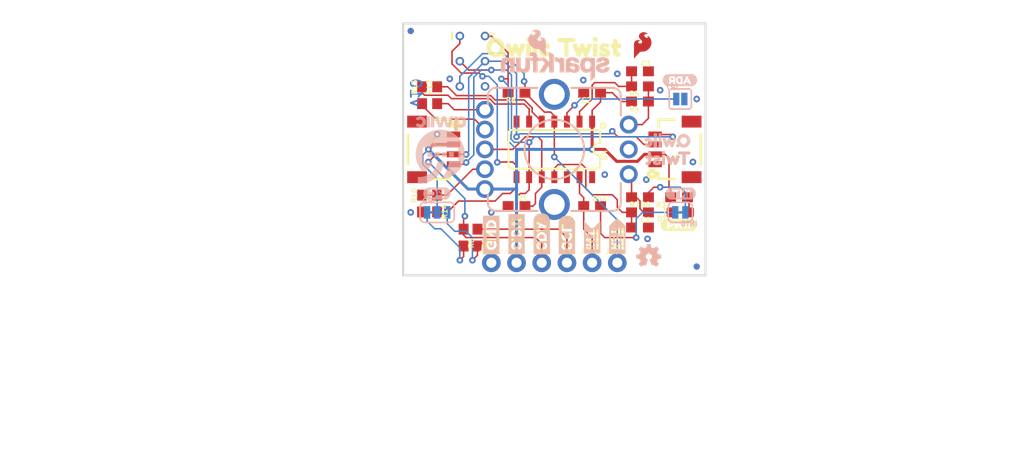
<source format=kicad_pcb>
(kicad_pcb (version 20211014) (generator pcbnew)
  (layers (0 "F.Cu" signal) (31 "B.Cu" signal) (34 "B.Paste" user) (35 "F.Paste" user) (36 "B.SilkS" user "B.Silkscreen") (37 "F.SilkS" user "F.Silkscreen") (38 "B.Mask" user) (39 "F.Mask" user) (44 "Edge.Cuts" user))
  (net 0 "")
  (net 1 "3.3V")
  (net 2 "GND")
  (net 3 "SCL")
  (net 4 "SDA")
  (net 5 "~{INT}")
  (net 6 "SCL_PU1")
  (net 7 "SDA_PU1")
  (net 8 "ADR")
  (net 9 "~{RST}")
  (net 10 "ENCODER_A")
  (net 11 "ENCODER_B")
  (net 12 "RED")
  (net 13 "GREEN")
  (net 14 "SWITCH")
  (net 15 "BLUE")
  (net 16 "N$3")
  (net 17 "A")
  (net 18 "B")
  (net 19 "INT_R")
  (net 20 "RED_RAW")
  (net 21 "GREEN_RAW")
  (net 22 "BLUE_RAW")
  (footprint "boardEagle:QWIIC_TWIST1" (layer "F.Cu") (at 139.9921 94.7166)
    (fp_text reference "U$14" hide)
    (fp_text value "" hide)
  )
  (footprint "boardEagle:SDA8" (layer "F.Cu") (at 147.2311 116.0526 90)
    (fp_text reference "U$27" hide)
    (fp_text value "" hide)
  )
  (footprint "boardEagle:SFE_LOGO_FLAME_COPPER_EXPOSED_.1" (layer "F.Cu") (at 157.3911 94.4626)
    (fp_text reference "LOGO3" hide)
    (fp_text value "SFE_LOGO_FLAME.1EXP" hide)
    (fp_poly (pts (xy 0.269844 -1.255175) (xy 0.417112 -1.181541) (xy 0.462026 -1.147855) (xy 0.538982 -1.0709) (xy 0.428006 -1.0709) (xy 0.408005 -1.0809) (xy 0.361689 -1.0809) (xy 0.325361 -1.071818) (xy 0.279477 -1.062641) (xy 0.24711 -1.046458) (xy 0.215081 -1.022435) (xy 0.200019 -0.999843) (xy 0.192288 -0.984381) (xy 0.1851 -0.962817) (xy 0.1851 -0.913689) (xy 0.192361 -0.884643) (xy 0.226607 -0.833275) (xy 0.282028 -0.777854) (xy 0.319016 -0.750113) (xy 0.346157 -0.732019) (xy 0.380301 -0.714947) (xy 0.451689 -0.6971) (xy 0.470817 -0.6971) (xy 0.486419 -0.702301) (xy 0.505687 -0.721569) (xy 0.511712 -0.733619) (xy 0.5189 -0.755183) (xy 0.5189 -0.907742) (xy 0.661838 -0.818406) (xy 0.747505 -0.722031) (xy 0.821662 -0.605498) (xy 0.873968 -0.448579) (xy 0.905309 -0.281428) (xy 0.894811 -0.102974) (xy 0.842628 0.095322) (xy 0.738878 0.282072) (xy 0.665618 0.376263) (xy 0.583044 0.458838) (xy 0.499524 0.531917) (xy 0.393984 0.595241) (xy 0.289127 0.637184) (xy 0.175165 0.668265) (xy 0.050153 0.6891) (xy -0.139844 0.6891) (xy -0.189603 0.697393) (xy -0.279373 0.751255) (xy -0.375026 0.846908) (xy -0.495025 0.986906) (xy -0.614841 1.106723) (xy -0.664837 1.166719) (xy -0.712745 1.214627) (xy -0.742743 1.264624) (xy -0.8611 1.382982) (xy -0.8611 -0.081372) (xy -0.850441 -0.166641) (xy -0.828254 -0.244296) (xy -0.762148 -0.354474) (xy -0.706336 -0.399123) (xy -0.661829 -0.432503) (xy -0.603902 -0.455674) (xy -0.54987 -0.466481) (xy -0.486153 -0.4771) (xy -0.354006 -0.4771) (xy -0.258681 -0.429438) (xy -0.310431 -0.377687) (xy -0.358383 -0.353711) (xy -0.382419 -0.345699) (xy -0.4297 -0.298418) (xy -0.4349 -0.282817) (xy -0.4349 -0.255183) (xy -0.428468 -0.235888) (xy -0.413393 -0.213275) (xy -0.361588 -0.16147) (xy -0.322097 -0.145674) (xy -0.279228 -0.1371) (xy -0.207689 -0.1371) (xy -0.138643 -0.154361) (xy -0.089056 -0.18742) (xy -0.056996 -0.227495) (xy -0.0411 -0.275183) (xy -0.0411 -0.332091) (xy -0.065776 -0.397894) (xy -0.130732 -0.462851) (xy -0.211575 -0.553799) (xy -0.284339 -0.636958) (xy -0.338992 -0.735334) (xy -0.3611 -0.834818) (xy -0.3611 -0.925183) (xy -0.327711 -1.025349) (xy -0.271726 -1.114925) (xy -0.173954 -1.19097) (xy -0.055855 -1.255387) (xy 0.063565 -1.2771) (xy 0.171182 -1.2771)) (layer "F.Cu") (width 0) (fill solid))
  )
  (footprint "boardEagle:1X01_NO_SILK" (layer "F.Cu") (at 152.3111 116.4336)
    (fp_text reference "J5" (at -1.27 -1.143) (layer "F.SilkS") (effects (font (size 0.512064 0.512064) (thickness 0.097536)) (justify left)))
    (fp_text value "")
    (pad "1" thru_hole circle (at 0 0 90) (size 1.8796 1.8796) (drill 1.016) (layers *.Cu *.Mask) (net 5 "~{INT}"))
  )
  (footprint "boardEagle:1X04_1MM_RA" (layer "F.Cu") (at 158.6611 105.0036 90)
    (fp_text reference "J4" (at -1.397 2.159 90) (layer "F.SilkS") (effects (font (size 0.512064 0.512064) (thickness 0.097536)) (justify left)))
    (fp_text value "")
    (pad "1" smd rect (at -1.5 0 90) (size 0.6 1.35) (layers "F.Cu" "F.Paste" "F.Mask") (net 2 "GND"))
    (pad "2" smd rect (at -0.5 0 90) (size 0.6 1.35) (layers "F.Cu" "F.Paste" "F.Mask") (net 1 "3.3V"))
    (pad "3" smd rect (at 0.5 0 90) (size 0.6 1.35) (layers "F.Cu" "F.Paste" "F.Mask") (net 4 "SDA"))
    (pad "4" smd rect (at 1.5 0 90) (size 0.6 1.35) (layers "F.Cu" "F.Paste" "F.Mask") (net 3 "SCL"))
    (pad "NC1" smd rect (at 2.8 3.675 90) (size 1.2 2) (layers "F.Cu" "F.Paste" "F.Mask"))
    (pad "NC2" smd rect (at -2.8 3.675 90) (size 1.2 2) (layers "F.Cu" "F.Paste" "F.Mask"))
  )
  (footprint "boardEagle:0603" (layer "F.Cu") (at 144.6911 99.2886 180)
    (fp_text reference "R8" (at 0 -0.762) (layer "F.SilkS") (effects (font (size 0.512064 0.512064) (thickness 0.097536)) (justify right)))
    (fp_text value "10k")
    (pad "1" smd rect (at -0.85 0 180) (size 1.1 1) (layers "F.Cu" "F.Paste" "F.Mask") (net 9 "~{RST}"))
    (pad "2" smd rect (at 0.85 0 180) (size 1.1 1) (layers "F.Cu" "F.Paste" "F.Mask") (net 1 "3.3V"))
  )
  (footprint "boardEagle:0603" (layer "F.Cu") (at 157.1371 111.3536)
    (fp_text reference "R9" (at 0 -0.762) (layer "F.SilkS") (effects (font (size 0.512064 0.512064) (thickness 0.097536)) (justify left)))
    (fp_text value "10k")
    (pad "1" smd rect (at -0.85 0) (size 1.1 1) (layers "F.Cu" "F.Paste" "F.Mask") (net 11 "ENCODER_B"))
    (pad "2" smd rect (at 0.85 0) (size 1.1 1) (layers "F.Cu" "F.Paste" "F.Mask") (net 18 "B"))
  )
  (footprint "boardEagle:0603" (layer "F.Cu") (at 139.3571 113.8936 -90)
    (fp_text reference "R6" (at 0 -0.762 90) (layer "F.SilkS") (effects (font (size 0.512064 0.512064) (thickness 0.097536)) (justify right)))
    (fp_text value "2.2k")
    (pad "1" smd rect (at -0.85 0 270) (size 1.1 1) (layers "F.Cu" "F.Paste" "F.Mask") (net 4 "SDA"))
    (pad "2" smd rect (at 0.85 0 270) (size 1.1 1) (layers "F.Cu" "F.Paste" "F.Mask") (net 7 "SDA_PU1"))
  )
  (footprint "boardEagle:1X01_NO_SILK" (layer "F.Cu") (at 154.8511 116.4336)
    (fp_text reference "J10" (at -1.27 -1.143) (layer "F.SilkS") (effects (font (size 0.512064 0.512064) (thickness 0.097536)) (justify left)))
    (fp_text value "")
    (pad "1" thru_hole circle (at 0 0 90) (size 1.8796 1.8796) (drill 1.016) (layers *.Cu *.Mask) (net 9 "~{RST}"))
  )
  (footprint "boardEagle:0603" (layer "F.Cu") (at 144.6911 110.7186)
    (fp_text reference "R1" (at 0 -0.762) (layer "F.SilkS") (effects (font (size 0.512064 0.512064) (thickness 0.097536)) (justify left)))
    (fp_text value "10k")
    (pad "1" smd rect (at -0.85 0) (size 1.1 1) (layers "F.Cu" "F.Paste" "F.Mask") (net 2 "GND"))
    (pad "2" smd rect (at 0.85 0) (size 1.1 1) (layers "F.Cu" "F.Paste" "F.Mask") (net 14 "SWITCH"))
  )
  (footprint "boardEagle:GND1" (layer "F.Cu") (at 142.1511 116.0526 90)
    (fp_text reference "U$22" hide)
    (fp_text value "" hide)
  )
  (footprint "boardEagle:3#3V2" (layer "F.Cu") (at 144.6911 116.0526 90)
    (fp_text reference "U$21" hide)
    (fp_text value "" hide)
  )
  (footprint "boardEagle:0603" (layer "F.Cu") (at 161.0741 109.8296 180)
    (fp_text reference "R3" (at 1.27 -0.762) (layer "F.SilkS") (effects (font (size 0.512064 0.512064) (thickness 0.097536)) (justify right)))
    (fp_text value "1k")
    (pad "1" smd rect (at -0.85 0 180) (size 1.1 1) (layers "F.Cu" "F.Paste" "F.Mask") (net 16 "N$3"))
    (pad "2" smd rect (at 0.85 0 180) (size 1.1 1) (layers "F.Cu" "F.Paste" "F.Mask") (net 1 "3.3V"))
  )
  (footprint "boardEagle:2X3_TEST_POINTS" (layer "F.Cu") (at 140.2461 96.1136 -90)
    (fp_text reference "J7" (at -3.048 -2.032 90) (layer "F.SilkS") (effects (font (size 0.512064 0.512064) (thickness 0.097536)) (justify right)))
    (fp_text value "ISP")
    (pad "1" thru_hole circle (at -2.54 1.27 270) (size 0.8636 0.8636) (drill 0.508) (layers *.Cu) (net 15 "BLUE"))
    (pad "2" thru_hole circle (at -2.54 -1.27 270) (size 0.8636 0.8636) (drill 0.508) (layers *.Cu) (net 1 "3.3V"))
    (pad "3" thru_hole circle (at 0 1.27 270) (size 0.8636 0.8636) (drill 0.508) (layers *.Cu) (net 3 "SCL"))
    (pad "4" thru_hole circle (at 0 -1.27 270) (size 0.8636 0.8636) (drill 0.508) (layers *.Cu) (net 4 "SDA"))
    (pad "5" thru_hole circle (at 2.54 1.27 270) (size 0.8636 0.8636) (drill 0.508) (layers *.Cu) (net 9 "~{RST}"))
    (pad "6" thru_hole circle (at 2.54 -1.27 270) (size 0.8636 0.8636) (drill 0.508) (layers *.Cu) (net 2 "GND"))
  )
  (footprint "boardEagle:RST#-[_" (layer "F.Cu") (at 154.8511 116.1796 90)
    (fp_text reference "U$7" hide)
    (fp_text value "" hide)
  )
  (footprint "boardEagle:SCL9" (layer "F.Cu") (at 149.7711 116.0526 90)
    (fp_text reference "U$26" hide)
    (fp_text value "" hide)
  )
  (footprint "boardEagle:LED-0603" (layer "F.Cu") (at 161.2011 111.3536 180)
    (fp_text reference "D1" (at 1.27 -0.635) (layer "F.SilkS") (effects (font (size 0.512064 0.512064) (thickness 0.097536)) (justify right)))
    (fp_text value "RED")
    (pad "A" smd roundrect (at -0.877 0 90) (size 1 1) (layers "F.Cu" "F.Paste" "F.Mask") (roundrect_rratio 0.15) (net 16 "N$3"))
    (pad "C" smd roundrect (at 0.877 0 90) (size 1 1) (layers "F.Cu" "F.Paste" "F.Mask") (roundrect_rratio 0.15) (net 2 "GND"))
  )
  (footprint "boardEagle:PWR-()-03" (layer "F.Cu") (at 159.1691 112.6236)
    (fp_text reference "U$17" hide)
    (fp_text value "" hide)
  )
  (footprint "boardEagle:0603" (layer "F.Cu") (at 152.3111 99.2886 180)
    (fp_text reference "C2" (at 0 -0.762) (layer "F.SilkS") (effects (font (size 0.512064 0.512064) (thickness 0.097536)) (justify right)))
    (fp_text value "0.1uF")
    (pad "1" smd rect (at -0.85 0 180) (size 1.1 1) (layers "F.Cu" "F.Paste" "F.Mask") (net 1 "3.3V"))
    (pad "2" smd rect (at 0.85 0 180) (size 1.1 1) (layers "F.Cu" "F.Paste" "F.Mask") (net 2 "GND"))
  )
  (footprint "boardEagle:MICRO-FIDUCIAL" (layer "F.Cu") (at 162.8521 116.8146)
    (fp_text reference "JP2" hide)
    (fp_text value "FIDUCIALUFIDUCIAL" hide)
    (pad "1" smd roundrect (at 0 0) (size 0.635 0.635) (layers "F.Cu" "F.Mask") (roundrect_rratio 0.5))
  )
  (footprint "boardEagle:0603" (layer "F.Cu") (at 152.3111 110.7186)
    (fp_text reference "R11" (at 0 -0.762) (layer "F.SilkS") (effects (font (size 0.512064 0.512064) (thickness 0.097536)) (justify left)))
    (fp_text value "10k")
    (pad "1" smd rect (at -0.85 0) (size 1.1 1) (layers "F.Cu" "F.Paste" "F.Mask") (net 5 "~{INT}"))
    (pad "2" smd rect (at 0.85 0) (size 1.1 1) (layers "F.Cu" "F.Paste" "F.Mask") (net 19 "INT_R"))
  )
  (footprint "boardEagle:1X04_1MM_RA" (layer "F.Cu") (at 138.3411 105.0036 -90)
    (fp_text reference "J2" (at -1.397 2.159 90) (layer "F.SilkS") (effects (font (size 0.512064 0.512064) (thickness 0.097536)) (justify right)))
    (fp_text value "")
    (pad "1" smd rect (at -1.5 0 270) (size 0.6 1.35) (layers "F.Cu" "F.Paste" "F.Mask") (net 2 "GND"))
    (pad "2" smd rect (at -0.5 0 270) (size 0.6 1.35) (layers "F.Cu" "F.Paste" "F.Mask") (net 1 "3.3V"))
    (pad "3" smd rect (at 0.5 0 270) (size 0.6 1.35) (layers "F.Cu" "F.Paste" "F.Mask") (net 4 "SDA"))
    (pad "4" smd rect (at 1.5 0 270) (size 0.6 1.35) (layers "F.Cu" "F.Paste" "F.Mask") (net 3 "SCL"))
    (pad "NC1" smd rect (at 2.8 3.675 270) (size 1.2 2) (layers "F.Cu" "F.Paste" "F.Mask"))
    (pad "NC2" smd rect (at -2.8 3.675 270) (size 1.2 2) (layers "F.Cu" "F.Paste" "F.Mask"))
  )
  (footprint "boardEagle:0603" (layer "F.Cu") (at 157.1371 97.1296)
    (fp_text reference "C3" (at 0 -0.762) (layer "F.SilkS") (effects (font (size 0.512064 0.512064) (thickness 0.097536)) (justify left)))
    (fp_text value "10nF")
    (pad "1" smd rect (at -0.85 0) (size 1.1 1) (layers "F.Cu" "F.Paste" "F.Mask") (net 10 "ENCODER_A"))
    (pad "2" smd rect (at 0.85 0) (size 1.1 1) (layers "F.Cu" "F.Paste" "F.Mask") (net 2 "GND"))
  )
  (footprint "boardEagle:0603" (layer "F.Cu") (at 157.1371 112.8776)
    (fp_text reference "C1" (at 0 -0.762) (layer "F.SilkS") (effects (font (size 0.512064 0.512064) (thickness 0.097536)) (justify left)))
    (fp_text value "10nF")
    (pad "1" smd rect (at -0.85 0) (size 1.1 1) (layers "F.Cu" "F.Paste" "F.Mask") (net 11 "ENCODER_B"))
    (pad "2" smd rect (at 0.85 0) (size 1.1 1) (layers "F.Cu" "F.Paste" "F.Mask") (net 2 "GND"))
  )
  (footprint "boardEagle:0603" (layer "F.Cu") (at 157.1371 109.8296 180)
    (fp_text reference "R7" (at 0 -0.762) (layer "F.SilkS") (effects (font (size 0.512064 0.512064) (thickness 0.097536)) (justify right)))
    (fp_text value "10k")
    (pad "1" smd rect (at -0.85 0 180) (size 1.1 1) (layers "F.Cu" "F.Paste" "F.Mask") (net 1 "3.3V"))
    (pad "2" smd rect (at 0.85 0 180) (size 1.1 1) (layers "F.Cu" "F.Paste" "F.Mask") (net 18 "B"))
  )
  (footprint "boardEagle:STAND-OFF" (layer "F.Cu") (at 135.8011 94.8436)
    (fp_text reference "JP3" hide)
    (fp_text value "STAND-OFF" hide)
    (pad "" np_thru_hole circle (at 0 0) (size 3.302 3.302) (drill 3.302) (layers *.Cu *.Mask))
  )
  (footprint "boardEagle:0603" (layer "F.Cu") (at 140.7541 113.8936 -90)
    (fp_text reference "R2" (at 0 -0.762 90) (layer "F.SilkS") (effects (font (size 0.512064 0.512064) (thickness 0.097536)) (justify right)))
    (fp_text value "2.2k")
    (pad "1" smd rect (at -0.85 0 270) (size 1.1 1) (layers "F.Cu" "F.Paste" "F.Mask") (net 3 "SCL"))
    (pad "2" smd rect (at 0.85 0 270) (size 1.1 1) (layers "F.Cu" "F.Paste" "F.Mask") (net 6 "SCL_PU1"))
  )
  (footprint "boardEagle:STAND-OFF" (layer "F.Cu") (at 161.2011 94.8436)
    (fp_text reference "JP4" hide)
    (fp_text value "STAND-OFF" hide)
    (pad "" np_thru_hole circle (at 0 0) (size 3.302 3.302) (drill 3.302) (layers *.Cu *.Mask))
  )
  (footprint "boardEagle:INT#-[_" (layer "F.Cu") (at 152.3111 116.1796 90)
    (fp_text reference "U$9" hide)
    (fp_text value "" hide)
  )
  (footprint "boardEagle:0603" (layer "F.Cu") (at 136.6901 110.4646 -90)
    (fp_text reference "R14" (at 0 -0.762 90) (layer "F.SilkS") (effects (font (size 0.512064 0.512064) (thickness 0.097536)) (justify right)))
    (fp_text value "10")
    (pad "1" smd rect (at -0.85 0 270) (size 1.1 1) (layers "F.Cu" "F.Paste" "F.Mask") (net 22 "BLUE_RAW"))
    (pad "2" smd rect (at 0.85 0 270) (size 1.1 1) (layers "F.Cu" "F.Paste" "F.Mask") (net 15 "BLUE"))
  )
  (footprint "boardEagle:SO14" (layer "F.Cu") (at 149.1361 105.0036 180)
    (fp_text reference "U4" (at -4.445 0 90) (layer "F.SilkS") (effects (font (size 0.512064 0.512064) (thickness 0.097536)) (justify right)))
    (fp_text value "ATTINY84-ARDUINO")
    (pad "1" smd rect (at -3.175 2.8 180) (size 0.6 1.2) (layers "F.Cu" "F.Paste" "F.Mask") (net 1 "3.3V"))
    (pad "2" smd rect (at -1.905 2.8 180) (size 0.6 1.2) (layers "F.Cu" "F.Paste" "F.Mask") (net 10 "ENCODER_A"))
    (pad "3" smd rect (at -0.635 2.8 180) (size 0.6 1.2) (layers "F.Cu" "F.Paste" "F.Mask") (net 8 "ADR"))
    (pad "4" smd rect (at 0.635 2.8 180) (size 0.6 1.2) (layers "F.Cu" "F.Paste" "F.Mask") (net 9 "~{RST}"))
    (pad "5" smd rect (at 1.905 2.8 180) (size 0.6 1.2) (layers "F.Cu" "F.Paste" "F.Mask") (net 12 "RED"))
    (pad "6" smd rect (at 3.175 2.8 180) (size 0.6 1.2) (layers "F.Cu" "F.Paste" "F.Mask") (net 13 "GREEN"))
    (pad "7" smd rect (at 4.445 2.8 180) (size 0.6 1.2) (layers "F.Cu" "F.Paste" "F.Mask") (net 4 "SDA"))
    (pad "8" smd rect (at 4.445 -2.8 180) (size 0.6 1.2) (layers "F.Cu" "F.Paste" "F.Mask") (net 15 "BLUE"))
    (pad "9" smd rect (at 3.175 -2.8 180) (size 0.6 1.2) (layers "F.Cu" "F.Paste" "F.Mask") (net 3 "SCL"))
    (pad "10" smd rect (at 1.905 -2.8 180) (size 0.6 1.2) (layers "F.Cu" "F.Paste" "F.Mask") (net 14 "SWITCH"))
    (pad "11" smd rect (at 0.635 -2.8 180) (size 0.6 1.2) (layers "F.Cu" "F.Paste" "F.Mask") (net 11 "ENCODER_B"))
    (pad "12" smd rect (at -0.635 -2.8 180) (size 0.6 1.2) (layers "F.Cu" "F.Paste" "F.Mask"))
    (pad "13" smd rect (at -1.905 -2.8 180) (size 0.6 1.2) (layers "F.Cu" "F.Paste" "F.Mask") (net 5 "~{INT}"))
    (pad "14" smd rect (at -3.175 -2.8 180) (size 0.6 1.2) (layers "F.Cu" "F.Paste" "F.Mask") (net 2 "GND"))
  )
  (footprint "boardEagle:STAND-OFF" (layer "F.Cu") (at 161.2011 115.1636)
    (fp_text reference "JP13" hide)
    (fp_text value "STAND-OFF" hide)
    (pad "" np_thru_hole circle (at 0 0) (size 3.302 3.302) (drill 3.302) (layers *.Cu *.Mask))
  )
  (footprint "boardEagle:CREATIVE_COMMONS" (layer "F.Cu") (at 112.9411 135.4836)
    (fp_text reference "FRAME1" hide)
    (fp_text value "FRAME-LETTER" hide)
  )
  (footprint "boardEagle:1X04_NO_SILK" (layer "F.Cu") (at 142.1511 116.4336)
    (fp_text reference "J3" (at -1.27 -1.397) (layer "F.SilkS") (effects (font (size 0.512064 0.512064) (thickness 0.097536)) (justify left)))
    (fp_text value "PTH")
    (pad "1" thru_hole circle (at 0 0 90) (size 1.8796 1.8796) (drill 1.016) (layers *.Cu *.Mask) (net 2 "GND"))
    (pad "2" thru_hole circle (at 2.54 0 90) (size 1.8796 1.8796) (drill 1.016) (layers *.Cu *.Mask) (net 1 "3.3V"))
    (pad "3" thru_hole circle (at 5.08 0 90) (size 1.8796 1.8796) (drill 1.016) (layers *.Cu *.Mask) (net 4 "SDA"))
    (pad "4" thru_hole circle (at 7.62 0 90) (size 1.8796 1.8796) (drill 1.016) (layers *.Cu *.Mask) (net 3 "SCL"))
  )
  (footprint "boardEagle:0603" (layer "F.Cu") (at 136.6901 99.5426 90)
    (fp_text reference "R12" (at 0 -0.762 90) (layer "F.SilkS") (effects (font (size 0.512064 0.512064) (thickness 0.097536)) (justify left)))
    (fp_text value "10")
    (pad "1" smd rect (at -0.85 0 90) (size 1.1 1) (layers "F.Cu" "F.Paste" "F.Mask") (net 20 "RED_RAW"))
    (pad "2" smd rect (at 0.85 0 90) (size 1.1 1) (layers "F.Cu" "F.Paste" "F.Mask") (net 12 "RED"))
  )
  (footprint "boardEagle:0603" (layer "F.Cu") (at 135.1661 99.5426 90)
    (fp_text reference "R13" (at 0 -0.762 90) (layer "F.SilkS") (effects (font (size 0.512064 0.512064) (thickness 0.097536)) (justify left)))
    (fp_text value "10")
    (pad "1" smd rect (at -0.85 0 90) (size 1.1 1) (layers "F.Cu" "F.Paste" "F.Mask") (net 21 "GREEN_RAW"))
    (pad "2" smd rect (at 0.85 0 90) (size 1.1 1) (layers "F.Cu" "F.Paste" "F.Mask") (net 13 "GREEN"))
  )
  (footprint "boardEagle:MICRO-FIDUCIAL" (layer "F.Cu") (at 134.0231 93.0656)
    (fp_text reference "JP6" hide)
    (fp_text value "FIDUCIALUFIDUCIAL" hide)
    (pad "1" smd roundrect (at 0 0) (size 0.635 0.635) (layers "F.Cu" "F.Mask") (roundrect_rratio 0.5))
  )
  (footprint "boardEagle:0603" (layer "F.Cu") (at 135.1661 110.4646 90)
    (fp_text reference "R10" (at 0 -0.762 90) (layer "F.SilkS") (effects (font (size 0.512064 0.512064) (thickness 0.097536)) (justify left)))
    (fp_text value "DNP")
    (pad "1" smd rect (at -0.85 0 90) (size 1.1 1) (layers "F.Cu" "F.Paste" "F.Mask") (net 2 "GND"))
    (pad "2" smd rect (at 0.85 0 90) (size 1.1 1) (layers "F.Cu" "F.Paste" "F.Mask") (net 22 "BLUE_RAW"))
  )
  (footprint "boardEagle:STAND-OFF" (layer "F.Cu") (at 135.8011 115.1636)
    (fp_text reference "JP11" hide)
    (fp_text value "STAND-OFF" hide)
    (pad "" np_thru_hole circle (at 0 0) (size 3.302 3.302) (drill 3.302) (layers *.Cu *.Mask))
  )
  (footprint "boardEagle:0603" (layer "F.Cu") (at 157.1371 100.1776 180)
    (fp_text reference "R4" (at 0 -0.762) (layer "F.SilkS") (effects (font (size 0.512064 0.512064) (thickness 0.097536)) (justify right)))
    (fp_text value "10k")
    (pad "1" smd rect (at -0.85 0 180) (size 1.1 1) (layers "F.Cu" "F.Paste" "F.Mask") (net 17 "A"))
    (pad "2" smd rect (at 0.85 0 180) (size 1.1 1) (layers "F.Cu" "F.Paste" "F.Mask") (net 1 "3.3V"))
  )
  (footprint "boardEagle:0603" (layer "F.Cu") (at 157.1371 98.6536 180)
    (fp_text reference "R5" (at 0 -0.762) (layer "F.SilkS") (effects (font (size 0.512064 0.512064) (thickness 0.097536)) (justify right)))
    (fp_text value "10k")
    (pad "1" smd rect (at -0.85 0 180) (size 1.1 1) (layers "F.Cu" "F.Paste" "F.Mask") (net 17 "A"))
    (pad "2" smd rect (at 0.85 0 180) (size 1.1 1) (layers "F.Cu" "F.Paste" "F.Mask") (net 10 "ENCODER_A"))
  )
  (footprint "boardEagle:GND1" (layer "B.Cu") (at 142.1511 116.0526 90)
    (fp_text reference "U$3" hide)
    (fp_text value "" hide)
  )
  (footprint "boardEagle:INT#-[_" (layer "B.Cu") (at 152.3111 116.1796 90)
    (fp_text reference "U$11" hide)
    (fp_text value "" hide)
  )
  (footprint "boardEagle:SDA8" (layer "B.Cu") (at 147.2311 116.0526 90)
    (fp_text reference "U$5" hide)
    (fp_text value "" hide)
  )
  (footprint "boardEagle:RST#-[_" (layer "B.Cu") (at 154.8511 116.1796 90)
    (fp_text reference "U$16" hide)
    (fp_text value "" hide)
  )
  (footprint "boardEagle:MICRO-FIDUCIAL" (layer "B.Cu") (at 162.8521 116.8146 180)
    (fp_text reference "JP5" hide)
    (fp_text value "FIDUCIALUFIDUCIAL" hide)
    (pad "1" smd roundrect (at 0 0 180) (size 0.635 0.635) (layers "B.Cu" "B.Mask") (roundrect_rratio 0.5))
  )
  (footprint "boardEagle:QWIIC1" (layer "B.Cu") (at 163.3601 104.1146 180)
    (fp_text reference "U$1" hide)
    (fp_text value "" hide)
  )
  (footprint "boardEagle:SMT-JUMPER_2_NC_TRACE_SILK" (layer "B.Cu") (at 161.2011 111.3536)
    (fp_text reference "INT0" (at 0 1.143) (layer "B.SilkS") (effects (font (size 0.512064 0.512064) (thickness 0.097536)) (justify right mirror)))
    (fp_text value "")
    (fp_poly (pts (xy -0.2032 -0.127) (xy 0.2032 -0.127) (xy 0.2032 0.127) (xy -0.2032 0.127)) (layer "B.Cu") (width 0) (fill solid))
    (pad "1" smd rect (at -0.508 0) (size 0.635 1.27) (layers "B.Cu" "B.Mask") (net 19 "INT_R"))
    (pad "2" smd rect (at 0.508 0) (size 0.635 1.27) (layers "B.Cu" "B.Mask") (net 1 "3.3V"))
  )
  (footprint "boardEagle:SMT-JUMPER_3_2-NC_TRACE_SILK" (layer "B.Cu") (at 136.6901 111.3536 180)
    (fp_text reference "JP9" (at 0 1.143) (layer "B.SilkS") (effects (font (size 0.512064 0.512064) (thickness 0.097536)) (justify left mirror)))
    (fp_text value "")
    (fp_poly (pts (xy -0.7112 -0.127) (xy -0.3048 -0.127) (xy -0.3048 0.127) (xy -0.7112 0.127)) (layer "B.Cu") (width 0) (fill solid))
    (fp_poly (pts (xy 0.3048 -0.127) (xy 0.7112 -0.127) (xy 0.7112 0.127) (xy 0.3048 0.127)) (layer "B.Cu") (width 0) (fill solid))
    (pad "1" smd rect (at -1.016 0 180) (size 0.635 1.27) (layers "B.Cu" "B.Mask") (net 6 "SCL_PU1"))
    (pad "2" smd rect (at 0 0 180) (size 0.635 1.27) (layers "B.Cu" "B.Mask") (net 1 "3.3V"))
    (pad "3" smd rect (at 1.016 0 180) (size 0.635 1.27) (layers "B.Cu" "B.Mask") (net 7 "SDA_PU1"))
  )
  (footprint "boardEagle:INT0" (layer "B.Cu") (at 162.8521 109.4486 180)
    (fp_text reference "U$2" hide)
    (fp_text value "" hide)
  )
  (footprint "boardEagle:TWIST2" (layer "B.Cu") (at 163.3601 105.8926 180)
    (fp_text reference "U$12" hide)
    (fp_text value "" hide)
  )
  (footprint "boardEagle:SMT-JUMPER_2_NO_SILK" (layer "B.Cu") (at 161.2011 99.9236 180)
    (fp_text reference "JP7" (at 0 1.143) (layer "B.SilkS") (effects (font (size 0.512064 0.512064) (thickness 0.097536)) (justify left mirror)))
    (fp_text value "ADR")
    (pad "1" smd rect (at -0.4064 0 180) (size 0.635 1.27) (layers "B.Cu" "B.Mask") (net 2 "GND"))
    (pad "2" smd rect (at 0.4064 0 180) (size 0.635 1.27) (layers "B.Cu" "B.Mask") (net 8 "ADR"))
  )
  (footprint "boardEagle:OSHW-LOGO-MINI" (layer "B.Cu") (at 158.0261 115.7986 180)
    (fp_text reference "LOGO1" hide)
    (fp_text value "OSHW-LOGOMINI" hide)
  )
  (footprint "boardEagle:SFE_LOGO_NAME_FLAME_.1" (layer "B.Cu") (at 148.5011 96.6216 180)
    (fp_text reference "LOGO2" hide)
    (fp_text value "SFE_LOGO_NAME_FLAME.1_INCH" hide)
  )
  (footprint "boardEagle:QWIIC-LOGO-MEDIUM" (layer "B.Cu") (at 137.0711 105.0036 180)
    (fp_text reference "U$47" hide)
    (fp_text value "" hide)
  )
  (footprint "boardEagle:ADR-()-03" (layer "B.Cu") (at 162.9791 98.0186 180)
    (fp_text reference "U$18" hide)
    (fp_text value "" hide)
  )
  (footprint "boardEagle:I_SUPER2_C-()-03" (layer "B.Cu") (at 138.0871 109.4486 180)
    (fp_text reference "U$8" hide)
    (fp_text value "" hide)
  )
  (footprint "boardEagle:SCL9" (layer "B.Cu") (at 149.7711 116.0526 90)
    (fp_text reference "U$6" hide)
    (fp_text value "" hide)
  )
  (footprint "boardEagle:ENCODER_LED_3_KIT" (layer "B.Cu") (at 148.5011 105.0036 -90)
    (fp_text reference "SW1" hide)
    (fp_text value "Rotary Encoder" hide)
    (pad "1" thru_hole circle (at -4 7 270) (size 1.778 1.778) (drill 1.1) (layers *.Cu) (net 20 "RED_RAW"))
    (pad "2" thru_hole circle (at -2 7 270) (size 1.778 1.778) (drill 1.1) (layers *.Cu) (net 21 "GREEN_RAW"))
    (pad "3" thru_hole circle (at 0 7 270) (size 1.778 1.778) (drill 1.1) (layers *.Cu) (net 14 "SWITCH"))
    (pad "4" thru_hole circle (at 2 7 270) (size 1.778 1.778) (drill 1.1) (layers *.Cu) (net 22 "BLUE_RAW"))
    (pad "5" thru_hole circle (at 4 7 270) (size 1.778 1.778) (drill 1.1) (layers *.Cu) (net 1 "3.3V"))
    (pad "A" thru_hole circle (at -2.5 -7.5 270) (size 1.8 1.8) (drill 1.1) (layers *.Cu) (net 17 "A"))
    (pad "B" thru_hole circle (at 2.5 -7.5 270) (size 1.8 1.8) (drill 1.1) (layers *.Cu) (net 18 "B"))
    (pad "C" thru_hole circle (at 0 -7.5 270) (size 1.8 1.8) (drill 1.1) (layers *.Cu) (net 2 "GND"))
    (pad "M1" thru_hole circle (at -5.55 0 270) (size 3.116 3.116) (drill 2.1) (layers *.Cu))
    (pad "M2" thru_hole circle (at 5.55 0 270) (size 3.116 3.116) (drill 2.1) (layers *.Cu))
  )
  (footprint "boardEagle:MICRO-FIDUCIAL" (layer "B.Cu") (at 134.0231 93.0656 180)
    (fp_text reference "JP1" hide)
    (fp_text value "FIDUCIALUFIDUCIAL" hide)
    (pad "1" smd roundrect (at 0 0 180) (size 0.635 0.635) (layers "B.Cu" "B.Mask") (roundrect_rratio 0.5))
  )
  (footprint "boardEagle:3#3V2" (layer "B.Cu") (at 144.6911 116.0526 90)
    (fp_text reference "U$4" hide)
    (fp_text value "" hide)
  )
  (gr_line (start 133.2611 117.7036) (end 133.2611 92.3036) (layer "Edge.Cuts") (width 0.2032))
  (gr_line (start 163.7411 92.3036) (end 163.7411 117.7036) (layer "Edge.Cuts") (width 0.2032))
  (gr_line (start 163.7411 117.7036) (end 133.2611 117.7036) (layer "Edge.Cuts") (width 0.2032))
  (gr_line (start 133.2611 92.3036) (end 163.7411 92.3036) (layer "Edge.Cuts") (width 0.2032))
  (gr_text "v10" (at 134.5311 99.2886 -90) (layer "B.Cu") (effects (font (size 1.0795 1.0795) (thickness 0.1905)) (justify mirror)))
  (segment (start 143.1671 97.8916) (end 143.8411 97.8916) (width 0.1524) (layer "F.Cu") (net 1))
  (segment (start 153.5811 105.0036) (end 152.3111 105.0036) (width 0.3048) (layer "F.Cu") (net 1))
  (segment (start 154.7859 106.2084) (end 153.5811 105.0036) (width 0.3048) (layer "F.Cu") (net 1))
  (segment (start 155.2321 100.1776) (end 154.3431 99.2886) (width 0.1524) (layer "F.Cu") (net 1))
  (segment (start 159.6691 105.5036) (end 160.0581 105.8926) (width 0.1524) (layer "F.Cu") (net 1))
  (segment (start 154.3431 99.2886) (end 153.1611 99.2886) (width 0.1524) (layer "F.Cu") (net 1))
  (segment (start 153.1611 100.2166) (end 153.1611 99.2886) (width 0.1524) (layer "F.Cu") (net 1))
  (segment (start 143.8411 97.8916) (end 143.8411 95.2636) (width 0.1524) (layer "F.Cu") (net 1))
  (segment (start 156.88115 106.2084) (end 154.7859 106.2084) (width 0.3048) (layer "F.Cu") (net 1))
  (segment (start 136.3011 104.5036) (end 135.8011 105.0036) (width 0.3048) (layer "F.Cu") (net 1))
  (segment (start 160.2241 108.9796) (end 160.0581 108.8136) (width 0.1524) (layer "F.Cu") (net 1))
  (segment (start 160.2241 109.8296) (end 160.2241 108.9796) (width 0.1524) (layer "F.Cu") (net 1))
  (segment (start 143.8411 99.2886) (end 143.8411 97.8916) (width 0.1524) (layer "F.Cu") (net 1))
  (segment (start 158.6611 105.5036) (end 159.6691 105.5036) (width 0.1524) (layer "F.Cu") (net 1))
  (segment (start 157.58595 105.5036) (end 156.88115 106.2084) (width 0.3048) (layer "F.Cu") (net 1))
  (segment (start 158.6611 105.5036) (end 157.58595 105.5036) (width 0.3048) (layer "F.Cu") (net 1))
  (segment (start 152.3111 101.0666) (end 153.1611 100.2166) (width 0.1524) (layer "F.Cu") (net 1))
  (segment (start 142.1511 93.5736) (end 141.5161 93.5736) (width 0.1524) (layer "F.Cu") (net 1))
  (segment (start 138.3411 104.5036) (end 136.3011 104.5036) (width 0.3048) (layer "F.Cu") (net 1))
  (segment (start 158.5341 108.8136) (end 159.1691 108.8136) (width 0.1524) (layer "F.Cu") (net 1))
  (segment (start 156.2871 100.1776) (end 155.2321 100.1776) (width 0.1524) (layer "F.Cu") (net 1))
  (segment (start 143.8411 95.2636) (end 142.1511 93.5736) (width 0.1524) (layer "F.Cu") (net 1))
  (segment (start 160.0581 108.8136) (end 159.1691 108.8136) (width 0.1524) (layer "F.Cu") (net 1))
  (segment (start 158.5341 108.8136) (end 157.9871 109.3606) (width 0.1524) (layer "F.Cu") (net 1))
  (segment (start 160.0581 105.8926) (end 160.0581 108.8136) (width 0.1524) (layer "F.Cu") (net 1))
  (segment (start 157.9871 109.8296) (end 157.9871 109.3606) (width 0.1524) (layer "F.Cu") (net 1))
  (segment (start 152.3111 102.2036) (end 152.3111 105.0036) (width 0.3048) (layer "F.Cu") (net 1))
  (segment (start 152.3111 102.2036) (end 152.3111 101.0666) (width 0.1524) (layer "F.Cu") (net 1))
  (via (at 135.8011 105.0036) (size 0.6604) (drill 0.3048) (layers "F.Cu" "B.Cu") (net 1))
  (via (at 152.3111 105.0036) (size 0.6604) (drill 0.3048) (layers "F.Cu" "B.Cu") (net 1))
  (via (at 143.1671 97.8916) (size 0.6604) (drill 0.3048) (layers "F.Cu" "B.Cu") (net 1))
  (via (at 159.1691 108.8136) (size 0.6604) (drill 0.3048) (layers "F.Cu" "B.Cu") (net 1))
  (segment (start 161.7091 111.3536) (end 161.7091 109.3216) (width 0.1524) (layer "B.Cu") (net 1))
  (segment (start 143.8656 98.5901) (end 143.8656 103.337775) (width 0.1524) (layer "B.Cu") (net 1))
  (segment (start 143.8656 103.337775) (end 143.8275 103.375875) (width 0.1524) (layer "B.Cu") (net 1))
  (segment (start 144.6911 116.4336) (end 144.6911 109.0676) (width 0.3048) (layer "B.Cu") (net 1))
  (segment (start 152.3111 105.0036) (end 144.6911 105.0036) (width 0.3048) (layer "B.Cu") (net 1))
  (segment (start 135.2423 105.5624) (end 135.8011 105.0036) (width 0.1524) (layer "B.Cu") (net 1))
  (segment (start 144.6911 109.0676) (end 144.6911 105.0036) (width 0.3048) (layer "B.Cu") (net 1))
  (segment (start 144.6911 105.0036) (end 143.8275 104.14) (width 0.1524) (layer "B.Cu") (net 1))
  (segment (start 143.1671 97.8916) (end 143.8656 98.5901) (width 0.1524) (layer "B.Cu") (net 1))
  (segment (start 161.2011 108.8136) (end 159.1691 108.8136) (width 0.1524) (layer "B.Cu") (net 1))
  (segment (start 139.8011 109.0036) (end 135.8011 105.0036) (width 0.3048) (layer "B.Cu") (net 1))
  (segment (start 144.6271 109.0036) (end 144.6911 109.0676) (width 0.3048) (layer "B.Cu") (net 1))
  (segment (start 136.6901 111.3536) (end 136.6901 107.952869) (width 0.1524) (layer "B.Cu") (net 1))
  (segment (start 143.8275 103.375875) (end 143.8275 104.14) (width 0.1524) (layer "B.Cu") (net 1))
  (segment (start 161.7091 109.3216) (end 161.2011 108.8136) (width 0.1524) (layer "B.Cu") (net 1))
  (segment (start 136.6901 107.952869) (end 135.2423 106.505069) (width 0.1524) (layer "B.Cu") (net 1))
  (segment (start 141.5011 109.0036) (end 139.8011 109.0036) (width 0.3048) (layer "B.Cu") (net 1))
  (segment (start 141.6431 109.0036) (end 141.5011 109.0036) (width 0.3048) (layer "B.Cu") (net 1))
  (segment (start 135.2423 106.505069) (end 135.2423 105.5624) (width 0.1524) (layer "B.Cu") (net 1))
  (segment (start 141.5011 109.0036) (end 144.6271 109.0036) (width 0.3048) (layer "B.Cu") (net 1))
  (via (at 137.9601 97.8916) (size 0.6604) (drill 0.3048) (layers "F.Cu" "B.Cu") (net 2))
  (via (at 157.8991 114.0206) (size 0.6604) (drill 0.3048) (layers "F.Cu" "B.Cu") (net 2))
  (via (at 153.5811 107.5436) (size 0.6604) (drill 0.3048) (layers "F.Cu" "B.Cu") (net 2))
  (via (at 136.6901 103.4796) (size 0.6604) (drill 0.3048) (layers "F.Cu" "B.Cu") (net 2))
  (via (at 154.8511 97.3836) (size 0.6604) (drill 0.3048) (layers "F.Cu" "B.Cu") (net 2))
  (via (at 157.7721 108.0516) (size 0.6604) (drill 0.3048) (layers "F.Cu" "B.Cu") (net 2))
  (via (at 151.4221 98.0186) (size 0.6604) (drill 0.3048) (layers "F.Cu" "B.Cu") (net 2))
  (via (at 162.4711 106.2736) (size 0.6604) (drill 0.3048) (layers "F.Cu" "B.Cu") (net 2))
  (via (at 159.1691 99.0346) (size 0.6604) (drill 0.3048) (layers "F.Cu" "B.Cu") (net 2))
  (via (at 142.1511 111.3536) (size 0.6604) (drill 0.3048) (layers "F.Cu" "B.Cu") (net 2))
  (via (at 134.0231 111.3536) (size 0.6604) (drill 0.3048) (layers "F.Cu" "B.Cu") (net 2))
  (via (at 162.8521 99.9236) (size 0.6604) (drill 0.3048) (layers "F.Cu" "B.Cu") (net 2))
  (segment (start 139.8651 97.0026) (end 138.9761 96.1136) (width 0.1524) (layer "F.Cu") (net 3))
  (segment (start 144.6911 113.0436) (end 148.9211 113.0436) (width 0.1524) (layer "F.Cu") (net 3))
  (segment (start 148.9211 113.0436) (end 149.7711 113.8936) (width 0.1524) (layer "F.Cu") (net 3))
  (segment (start 142.1511 97.0026) (end 139.8651 97.0026) (width 0.1524) (layer "F.Cu") (net 3))
  (segment (start 145.9611 107.8036) (end 145.9611 109.0676) (width 0.1524) (layer "F.Cu") (net 3))
  (segment (start 160.2091 103.5036) (end 160.4391 103.7336) (width 0.1524) (layer "F.Cu") (net 3))
  (segment (start 140.7541 113.0436) (end 144.6911 113.0436) (width 0.1524) (layer "F.Cu") (net 3))
  (segment (start 138.3411 106.5036) (end 139.4319 106.5036) (width 0.1524) (layer "F.Cu") (net 3))
  (segment (start 145.5801 109.4486) (end 145.0721 109.4486) (width 0.1524) (layer "F.Cu") (net 3))
  (segment (start 144.6911 109.8296) (end 144.6911 113.0436) (width 0.1524) (layer "F.Cu") (net 3))
  (segment (start 145.9611 109.0676) (end 145.5801 109.4486) (width 0.1524) (layer "F.Cu") (net 3))
  (segment (start 158.6611 103.5036) (end 160.2091 103.5036) (width 0.1524) (layer "F.Cu") (net 3))
  (segment (start 149.7711 113.8936) (end 149.7711 116.4336) (width 0.1524) (layer "F.Cu") (net 3))
  (segment (start 145.9611 104.2924) (end 145.9611 107.8036) (width 0.1524) (layer "F.Cu") (net 3))
  (segment (start 139.4319 106.5036) (end 139.6111 106.3244) (width 0.1524) (layer "F.Cu") (net 3))
  (segment (start 145.0721 109.4486) (end 144.6911 109.8296) (width 0.1524) (layer "F.Cu") (net 3))
  (via (at 160.4391 103.7336) (size 0.6604) (drill 0.3048) (layers "F.Cu" "B.Cu") (net 3))
  (via (at 139.6111 106.3244) (size 0.6604) (drill 0.3048) (layers "F.Cu" "B.Cu") (net 3))
  (via (at 145.9611 104.2924) (size 0.6604) (drill 0.3048) (layers "F.Cu" "B.Cu") (net 3))
  (via (at 142.1511 97.0026) (size 0.6604) (drill 0.3048) (layers "F.Cu" "B.Cu") (net 3))
  (segment (start 144.459631 104.2924) (end 144.1323 103.965069) (width 0.1524) (layer "B.Cu") (net 3))
  (segment (start 140.3835 97.725932) (end 141.030631 97.0788) (width 0.1524) (layer "B.Cu") (net 3))
  (segment (start 139.6111 106.3244) (end 140.3835 105.552) (width 0.1524) (layer "B.Cu") (net 3))
  (segment (start 144.1831 97.5106) (end 143.6751 97.0026) (width 0.1524) (layer "B.Cu") (net 3))
  (segment (start 160.4391 103.7336) (end 146.5199 103.7336) (width 0.1524) (layer "B.Cu") (net 3))
  (segment (start 146.5199 103.7336) (end 145.9611 104.2924) (width 0.1524) (layer "B.Cu") (net 3))
  (segment (start 141.1351 97.0026) (end 142.1511 97.0026) (width 0.1524) (layer "B.Cu") (net 3))
  (segment (start 145.9611 104.2924) (end 144.459631 104.2924) (width 0.1524) (layer "B.Cu") (net 3))
  (segment (start 143.6751 97.0026) (end 142.1511 97.0026) (width 0.1524) (layer "B.Cu") (net 3))
  (segment (start 140.3835 105.552) (end 140.3835 97.725932) (width 0.1524) (layer "B.Cu") (net 3))
  (segment (start 144.1323 103.965069) (end 144.1323 103.502132) (width 0.1524) (layer "B.Cu") (net 3))
  (segment (start 141.030631 97.0788) (end 141.0589 97.0788) (width 0.1524) (layer "B.Cu") (net 3))
  (segment (start 141.0589 97.0788) (end 141.1351 97.0026) (width 0.1524) (layer "B.Cu") (net 3))
  (segment (start 144.1323 103.502132) (end 144.1831 103.451332) (width 0.1524) (layer "B.Cu") (net 3))
  (segment (start 144.1831 103.451332) (end 144.1831 97.5106) (width 0.1524) (layer "B.Cu") (net 3))
  (segment (start 139.3571 113.6396) (end 139.3571 113.0436) (width 0.1524) (layer "F.Cu") (net 4))
  (segment (start 147.2311 114.5286) (end 146.5961 113.8936) (width 0.1524) (layer "F.Cu") (net 4))
  (segment (start 139.3571 111.8616) (end 139.4841 111.7346) (width 0.1524) (layer "F.Cu") (net 4))
  (segment (start 138.3411 105.5036) (end 139.6031 105.5036) (width 0.1524) (layer "F.Cu") (net 4))
  (segment (start 156.7561 103.7336) (end 154.9019 103.7336) (width 0.1524) (layer "F.Cu") (net 4))
  (segment (start 146.5961 113.8936) (end 139.6111 113.8936) (width 0.1524) (layer "F.Cu") (net 4))
  (segment (start 139.6111 113.8936) (end 139.3571 113.6396) (width 0.1524) (layer "F.Cu") (net 4))
  (segment (start 136.5711 105.5036) (end 135.8011 106.2736) (width 0.1524) (layer "F.Cu") (net 4))
  (segment (start 158.6611 104.5036) (end 157.5261 104.5036) (width 0.1524) (layer "F.Cu") (net 4))
  (segment (start 154.9019 103.7336) (end 154.3431 103.1748) (width 0.1524) (layer "F.Cu") (net 4))
  (segment (start 147.2311 116.4336) (end 147.2311 114.5286) (width 0.1524) (layer "F.Cu") (net 4))
  (segment (start 139.6031 105.5036) (end 139.6111 105.5116) (width 0.1524) (layer "F.Cu") (net 4))
  (segment (start 138.3411 105.5036) (end 136.5711 105.5036) (width 0.1524) (layer "F.Cu") (net 4))
  (segment (start 139.3571 111.8616) (end 139.3571 113.0436) (width 0.1524) (layer "F.Cu") (net 4))
  (segment (start 157.5261 104.5036) (end 156.7561 103.7336) (width 0.1524) (layer "F.Cu") (net 4))
  (segment (start 144.6911 103.7336) (end 144.6911 102.2036) (width 0.1524) (layer "F.Cu") (net 4))
  (via (at 144.6911 103.7336) (size 0.6604) (drill 0.3048) (layers "F.Cu" "B.Cu") (net 4))
  (via (at 139.6111 105.5116) (size 0.6604) (drill 0.3048) (layers "F.Cu" "B.Cu") (net 4))
  (via (at 154.3431 103.1748) (size 0.6604) (drill 0.3048) (layers "F.Cu" "B.Cu") (net 4))
  (via (at 139.4841 111.7346) (size 0.6604) (drill 0.3048) (layers "F.Cu" "B.Cu") (net 4))
  (via (at 135.8011 106.2736) (size 0.6604) (drill 0.3048) (layers "F.Cu" "B.Cu") (net 4))
  (segment (start 154.3431 103.1748) (end 154.0891 103.4288) (width 0.1524) (layer "B.Cu") (net 4))
  (segment (start 144.6911 103.7336) (end 144.6911 97.3836) (width 0.1524) (layer "B.Cu") (net 4))
  (segment (start 139.8651 105.2576) (end 139.8651 97.7646) (width 0.1524) (layer "B.Cu") (net 4))
  (segment (start 135.8011 106.2736) (end 139.4841 109.9566) (width 0.1524) (layer "B.Cu") (net 4))
  (segment (start 139.8651 97.7646) (end 141.5161 96.1136) (width 0.1524) (layer "B.Cu") (net 4))
  (segment (start 144.6911 97.3836) (end 143.4211 96.1136) (width 0.1524) (layer "B.Cu") (net 4))
  (segment (start 139.4841 111.7346) (end 139.4841 109.9566) (width 0.1524) (layer "B.Cu") (net 4))
  (segment (start 143.4211 96.1136) (end 141.5161 96.1136) (width 0.1524) (layer "B.Cu") (net 4))
  (segment (start 139.6111 105.5116) (end 139.8651 105.2576) (width 0.1524) (layer "B.Cu") (net 4))
  (segment (start 154.0891 103.4288) (end 144.9959 103.4288) (width 0.1524) (layer "B.Cu") (net 4))
  (segment (start 144.9959 103.4288) (end 144.6911 103.7336) (width 0.1524) (layer "B.Cu") (net 4))
  (segment (start 151.4611 109.8686) (end 151.4611 110.7186) (width 0.1524) (layer "F.Cu") (net 5))
  (segment (start 151.4611 113.0436) (end 152.3111 113.8936) (width 0.1524) (layer "F.Cu") (net 5))
  (segment (start 152.3111 113.8936) (end 152.3111 116.4336) (width 0.1524) (layer "F.Cu") (net 5))
  (segment (start 151.0411 109.4486) (end 151.4611 109.8686) (width 0.1524) (layer "F.Cu") (net 5))
  (segment (start 151.0411 107.8036) (end 151.0411 109.4486) (width 0.1524) (layer "F.Cu") (net 5))
  (segment (start 151.4611 110.7186) (end 151.4611 113.0436) (width 0.1524) (layer "F.Cu") (net 5))
  (segment (start 140.7541 114.7436) (end 140.7541 115.6716) (width 0.1524) (layer "F.Cu") (net 6))
  (segment (start 140.2461 116.1796) (end 140.7541 115.6716) (width 0.1524) (layer "F.Cu") (net 6))
  (via (at 140.2461 116.1796) (size 0.6604) (drill 0.3048) (layers "F.Cu" "B.Cu") (net 6))
  (segment (start 137.7061 112.4966) (end 138.4681 113.2586) (width 0.1524) (layer "B.Cu") (net 6))
  (segment (start 138.4681 113.2586) (end 139.6111 113.2586) (width 0.1524) (layer "B.Cu") (net 6))
  (segment (start 140.2461 113.8936) (end 140.2461 116.1796) (width 0.1524) (layer "B.Cu") (net 6))
  (segment (start 137.7061 111.3536) (end 137.7061 112.4966) (width 0.1524) (layer "B.Cu") (net 6))
  (segment (start 139.6111 113.2586) (end 140.2461 113.8936) (width 0.1524) (layer "B.Cu") (net 6))
  (segment (start 138.9761 116.1796) (end 139.3571 115.7986) (width 0.1524) (layer "F.Cu") (net 7))
  (segment (start 139.3571 114.7436) (end 139.3571 115.7986) (width 0.1524) (layer "F.Cu") (net 7))
  (via (at 138.9761 116.1796) (size 0.6604) (drill 0.3048) (layers "F.Cu" "B.Cu") (net 7))
  (segment (start 137.0711 113.0046) (end 138.9761 114.9096) (width 0.1524) (layer "B.Cu") (net 7))
  (segment (start 135.6741 111.3536) (end 135.6741 112.2426) (width 0.1524) (layer "B.Cu") (net 7))
  (segment (start 138.9761 114.9096) (end 138.9761 116.1796) (width 0.1524) (layer "B.Cu") (net 7))
  (segment (start 135.6741 112.2426) (end 136.4361 113.0046) (width 0.1524) (layer "B.Cu") (net 7))
  (segment (start 136.4361 113.0046) (end 137.0711 113.0046) (width 0.1524) (layer "B.Cu") (net 7))
  (segment (start 149.7711 102.2036) (end 149.7711 101.3206) (width 0.1524) (layer "F.Cu") (net 8))
  (segment (start 149.7711 101.3206) (end 150.5331 100.5586) (width 0.1524) (layer "F.Cu") (net 8))
  (via (at 150.5331 100.5586) (size 0.6604) (drill 0.3048) (layers "F.Cu" "B.Cu") (net 8))
  (segment (start 160.7947 99.9236) (end 151.1681 99.9236) (width 0.1524) (layer "B.Cu") (net 8))
  (segment (start 151.1681 99.9236) (end 150.5331 100.5586) (width 0.1524) (layer "B.Cu") (net 8))
  (segment (start 145.5411 99.2886) (end 145.5411 98.2336) (width 0.1524) (layer "F.Cu") (net 9))
  (segment (start 145.5411 98.2336) (end 145.4531 98.1456) (width 0.1524) (layer "F.Cu") (net 9))
  (segment (start 148.5011 105.7656) (end 148.5011 102.2036) (width 0.1524) (layer "F.Cu") (net 9))
  (segment (start 148.1201 101.2402) (end 148.5011 101.6212) (width 0.1524) (layer "F.Cu") (net 9))
  (segment (start 148.5011 101.6212) (end 148.5011 102.2036) (width 0.1524) (layer "F.Cu") (net 9))
  (segment (start 147.4927 101.2402) (end 148.1201 101.2402) (width 0.1524) (layer "F.Cu") (net 9))
  (segment (start 145.5411 99.2886) (end 147.4927 101.2402) (width 0.1524) (layer "F.Cu") (net 9))
  (via (at 148.5011 105.7656) (size 0.6604) (drill 0.3048) (layers "F.Cu" "B.Cu") (net 9))
  (via (at 145.4531 98.1456) (size 0.6604) (drill 0.3048) (layers "F.Cu" "B.Cu") (net 9))
  (segment (start 145.4531 97.3836) (end 143.4211 95.3516) (width 0.1524) (layer "B.Cu") (net 9))
  (segment (start 141.2621 95.3516) (end 143.4211 95.3516) (width 0.1524) (layer "B.Cu") (net 9))
  (segment (start 145.4531 97.3836) (end 145.4531 98.1456) (width 0.1524) (layer "B.Cu") (net 9))
  (segment (start 154.8511 116.4336) (end 154.8511 112.1156) (width 0.1524) (layer "B.Cu") (net 9))
  (segment (start 154.8511 112.1156) (end 148.5011 105.7656) (width 0.1524) (layer "B.Cu") (net 9))
  (segment (start 138.9761 97.6376) (end 141.2621 95.3516) (width 0.1524) (layer "B.Cu") (net 9))
  (segment (start 138.9761 98.6536) (end 138.9761 97.6376) (width 0.1524) (layer "B.Cu") (net 9))
  (segment (start 154.5971 98.2726) (end 152.5651 98.2726) (width 0.1524) (layer "F.Cu") (net 10))
  (segment (start 151.0411 101.1936) (end 151.0411 102.2036) (width 0.1524) (layer "F.Cu") (net 10))
  (segment (start 152.5651 98.2726) (end 152.3111 98.5266) (width 0.1524) (layer "F.Cu") (net 10))
  (segment (start 156.2871 97.1296) (end 156.2871 98.6536) (width 0.1524) (layer "F.Cu") (net 10))
  (segment (start 154.9781 98.6536) (end 154.5971 98.2726) (width 0.1524) (layer "F.Cu") (net 10))
  (segment (start 152.3111 98.5266) (end 152.3111 99.9236) (width 0.1524) (layer "F.Cu") (net 10))
  (segment (start 152.3111 99.9236) (end 151.0411 101.1936) (width 0.1524) (layer "F.Cu") (net 10))
  (segment (start 156.2871 98.6536) (end 154.9781 98.6536) (width 0.1524) (layer "F.Cu") (net 10))
  (segment (start 151.2951 106.5276) (end 151.6761 106.9086) (width 0.1524) (layer "F.Cu") (net 11))
  (segment (start 154.3431 109.5756) (end 154.8511 110.0836) (width 0.1524) (layer "F.Cu") (net 11))
  (segment (start 156.2871 111.3536) (end 156.2871 112.8776) (width 0.1524) (layer "F.Cu") (net 11))
  (segment (start 154.8511 110.0836) (end 154.8511 110.8456) (width 0.1524) (layer "F.Cu") (net 11))
  (segment (start 155.3591 111.3536) (end 156.2871 111.3536) (width 0.1524) (layer "F.Cu") (net 11))
  (segment (start 151.6761 108.9406) (end 152.3111 109.5756) (width 0.1524) (layer "F.Cu") (net 11))
  (segment (start 148.5011 106.9086) (end 148.8821 106.5276) (width 0.1524) (layer "F.Cu") (net 11))
  (segment (start 148.8821 106.5276) (end 151.2951 106.5276) (width 0.1524) (layer "F.Cu") (net 11))
  (segment (start 152.3111 109.5756) (end 154.3431 109.5756) (width 0.1524) (layer "F.Cu") (net 11))
  (segment (start 154.8511 110.8456) (end 155.3591 111.3536) (width 0.1524) (layer "F.Cu") (net 11))
  (segment (start 148.5011 107.8036) (end 148.5011 106.9086) (width 0.1524) (layer "F.Cu") (net 11))
  (segment (start 151.6761 106.9086) (end 151.6761 108.9406) (width 0.1524) (layer "F.Cu") (net 11))
  (segment (start 142.090287 99.5812) (end 138.6337 99.5812) (width 0.1524) (layer "F.Cu") (net 12))
  (segment (start 142.526287 100.0172) (end 142.090287 99.5812) (width 0.1524) (layer "F.Cu") (net 12))
  (segment (start 145.469756 100.0172) (end 142.526287 100.0172) (width 0.1524) (layer "F.Cu") (net 12))
  (segment (start 147.2311 102.2036) (end 146.2659 101.2384) (width 0.1524) (layer "F.Cu") (net 12))
  (segment (start 137.7451 98.6926) (end 136.6901 98.6926) (width 0.1524) (layer "F.Cu") (net 12))
  (segment (start 146.2659 100.813344) (end 145.469756 100.0172) (width 0.1524) (layer "F.Cu") (net 12))
  (segment (start 138.6337 99.5812) (end 137.7451 98.6926) (width 0.1524) (layer "F.Cu") (net 12))
  (segment (start 146.2659 101.2384) (end 146.2659 100.813344) (width 0.1524) (layer "F.Cu") (net 12))
  (segment (start 135.4201 99.5426) (end 135.1661 99.2886) (width 0.1524) (layer "F.Cu") (net 13))
  (segment (start 145.4531 100.4316) (end 142.509631 100.4316) (width 0.1524) (layer "F.Cu") (net 13))
  (segment (start 142.509631 100.4316) (end 141.964031 99.886) (width 0.1524) (layer "F.Cu") (net 13))
  (segment (start 135.1661 99.2886) (end 135.1661 98.6926) (width 0.1524) (layer "F.Cu") (net 13))
  (segment (start 138.126443 99.886) (end 137.783043 99.5426) (width 0.1524) (layer "F.Cu") (net 13))
  (segment (start 141.964031 99.886) (end 138.126443 99.886) (width 0.1524) (layer "F.Cu") (net 13))
  (segment (start 145.9611 100.9396) (end 145.4531 100.4316) (width 0.1524) (layer "F.Cu") (net 13))
  (segment (start 145.9611 102.2036) (end 145.9611 100.9396) (width 0.1524) (layer "F.Cu") (net 13))
  (segment (start 137.783043 99.5426) (end 135.4201 99.5426) (width 0.1524) (layer "F.Cu") (net 13))
  (segment (start 146.5961 110.4646) (end 146.3421 110.7186) (width 0.1524) (layer "F.Cu") (net 14))
  (segment (start 147.2311 108.8136) (end 146.5961 109.4486) (width 0.1524) (layer "F.Cu") (net 14))
  (segment (start 145.5801 103.7336) (end 146.8501 103.7336) (width 0.1524) (layer "F.Cu") (net 14))
  (segment (start 147.2311 107.8036) (end 147.2311 108.8136) (width 0.1524) (layer "F.Cu") (net 14))
  (segment (start 146.8501 103.7336) (end 147.2311 104.1146) (width 0.1524) (layer "F.Cu") (net 14))
  (segment (start 146.3421 110.7186) (end 145.5411 110.7186) (width 0.1524) (layer "F.Cu") (net 14))
  (segment (start 147.2311 104.1146) (end 147.2311 107.8036) (width 0.1524) (layer "F.Cu") (net 14))
  (segment (start 146.5961 109.4486) (end 146.5961 110.4646) (width 0.1524) (layer "F.Cu") (net 14))
  (segment (start 141.5011 105.0036) (end 144.3101 105.0036) (width 0.1524) (layer "F.Cu") (net 14))
  (segment (start 144.3101 105.0036) (end 145.5801 103.7336) (width 0.1524) (layer "F.Cu") (net 14))
  (segment (start 137.7451 111.3146) (end 138.8491 110.2106) (width 0.1524) (layer "F.Cu") (net 15))
  (segment (start 144.6911 107.8036) (end 144.6911 106.6546) (width 0.1524) (layer "F.Cu") (net 15))
  (segment (start 142.5321 110.2106) (end 143.2941 109.4486) (width 0.1524) (layer "F.Cu") (net 15))
  (segment (start 138.9761 94.3356) (end 138.9761 93.5736) (width 0.1524) (layer "F.Cu") (net 15))
  (segment (start 138.1887 95.123) (end 138.9761 94.3356) (width 0.1524) (layer "F.Cu") (net 15))
  (segment (start 144.0561 109.4486) (end 144.6911 108.8136) (width 0.1524) (layer "F.Cu") (net 15))
  (segment (start 144.6911 106.6546) (end 144.3101 106.2736) (width 0.1524) (layer "F.Cu") (net 15))
  (segment (start 138.8491 110.2106) (end 142.5321 110.2106) (width 0.1524) (layer "F.Cu") (net 15))
  (segment (start 136.6901 111.3146) (end 137.7451 111.3146) (width 0.1524) (layer "F.Cu") (net 15))
  (segment (start 143.2941 109.4486) (end 144.0561 109.4486) (width 0.1524) (layer "F.Cu") (net 15))
  (segment (start 144.3101 106.2736) (end 142.7861 106.2736) (width 0.1524) (layer "F.Cu") (net 15))
  (segment (start 140.9319 97.3074) (end 139.10895 97.3074) (width 0.1524) (layer "F.Cu") (net 15))
  (segment (start 142.7861 106.2736) (end 142.748468 106.311232) (width 0.1524) (layer "F.Cu") (net 15))
  (segment (start 141.2621 97.6376) (end 140.9319 97.3074) (width 0.1524) (layer "F.Cu") (net 15))
  (segment (start 138.1887 96.38715) (end 138.1887 95.123) (width 0.1524) (layer "F.Cu") (net 15))
  (segment (start 139.10895 97.3074) (end 138.1887 96.38715) (width 0.1524) (layer "F.Cu") (net 15))
  (segment (start 144.6911 108.8136) (end 144.6911 107.8036) (width 0.1524) (layer "F.Cu") (net 15))
  (via (at 142.748468 106.311232) (size 0.6604) (drill 0.3048) (layers "F.Cu" "B.Cu") (net 15))
  (via (at 141.2621 97.6376) (size 0.6604) (drill 0.3048) (layers "F.Cu" "B.Cu") (net 15))
  (segment (start 142.748468 98.488969) (end 141.8971 97.6376) (width 0.1524) (layer "B.Cu") (net 15))
  (segment (start 141.8971 97.6376) (end 141.2621 97.6376) (width 0.1524) (layer "B.Cu") (net 15))
  (segment (start 142.748468 106.311232) (end 142.748468 98.488969) (width 0.1524) (layer "B.Cu") (net 15))
  (segment (start 162.0781 109.9836) (end 162.0781 111.3536) (width 0.1524) (layer "F.Cu") (net 16))
  (segment (start 161.9241 109.8296) (end 162.0781 109.9836) (width 0.1524) (layer "F.Cu") (net 16))
  (segment (start 157.9871 101.8676) (end 157.3511 102.5036) (width 0.1524) (layer "F.Cu") (net 17))
  (segment (start 157.3511 102.5036) (end 156.0011 102.5036) (width 0.1524) (layer "F.Cu") (net 17))
  (segment (start 157.9871 100.1776) (end 157.9871 101.8676) (width 0.1524) (layer "F.Cu") (net 17))
  (segment (start 157.9871 98.6536) (end 157.9871 100.1776) (width 0.1524) (layer "F.Cu") (net 17))
  (segment (start 157.1371 110.9726) (end 157.1371 110.2106) (width 0.1524) (layer "F.Cu") (net 18))
  (segment (start 157.9871 111.3536) (end 157.5181 111.3536) (width 0.1524) (layer "F.Cu") (net 18))
  (segment (start 156.7561 109.8296) (end 156.2871 109.8296) (width 0.1524) (layer "F.Cu") (net 18))
  (segment (start 156.2871 107.7896) (end 156.0011 107.5036) (width 0.1524) (layer "F.Cu") (net 18))
  (segment (start 157.1371 110.2106) (end 156.7561 109.8296) (width 0.1524) (layer "F.Cu") (net 18))
  (segment (start 156.2871 109.8296) (end 156.2871 107.7896) (width 0.1524) (layer "F.Cu") (net 18))
  (segment (start 157.5181 111.3536) (end 157.1371 110.9726) (width 0.1524) (layer "F.Cu") (net 18))
  (segment (start 153.1611 113.4736) (end 153.5811 113.8936) (width 0.1524) (layer "F.Cu") (net 19))
  (segment (start 153.5811 113.8936) (end 156.7561 113.8936) (width 0.1524) (layer "F.Cu") (net 19))
  (segment (start 153.1611 110.7186) (end 153.1611 113.4736) (width 0.1524) (layer "F.Cu") (net 19))
  (via (at 156.7561 113.8936) (size 0.6604) (drill 0.3048) (layers "F.Cu" "B.Cu") (net 19))
  (segment (start 156.7561 111.9886) (end 157.3911 111.3536) (width 0.1524) (layer "B.Cu") (net 19))
  (segment (start 157.3911 111.3536) (end 160.6931 111.3536) (width 0.1524) (layer "B.Cu") (net 19))
  (segment (start 156.7561 113.8936) (end 156.7561 111.9886) (width 0.1524) (layer "B.Cu") (net 19))
  (segment (start 137.7941 100.3926) (end 136.6901 100.3926) (width 0.1524) (layer "F.Cu") (net 20))
  (segment (start 141.5011 101.0036) (end 138.4051 101.0036) (width 0.1524) (layer "F.Cu") (net 20))
  (segment (start 138.4051 101.0036) (end 137.7941 100.3926) (width 0.1524) (layer "F.Cu") (net 20))
  (segment (start 135.1661 100.5586) (end 136.5631 101.9556) (width 0.1524) (layer "F.Cu") (net 21))
  (segment (start 140.4531 101.9556) (end 141.5011 103.0036) (width 0.1524) (layer "F.Cu") (net 21))
  (segment (start 136.5631 101.9556) (end 140.4531 101.9556) (width 0.1524) (layer "F.Cu") (net 21))
  (segment (start 135.1661 100.3926) (end 135.1661 100.5586) (width 0.1524) (layer "F.Cu") (net 21))
  (segment (start 136.6901 109.6146) (end 137.6671 109.6146) (width 0.1524) (layer "F.Cu") (net 22))
  (segment (start 140.2781 107.0036) (end 141.5011 107.0036) (width 0.1524) (layer "F.Cu") (net 22))
  (segment (start 137.6671 109.6146) (end 140.2781 107.0036) (width 0.1524) (layer "F.Cu") (net 22))
  (segment (start 136.6901 109.6146) (end 135.1661 109.6146) (width 0.1524) (layer "F.Cu") (net 22))
)
</source>
